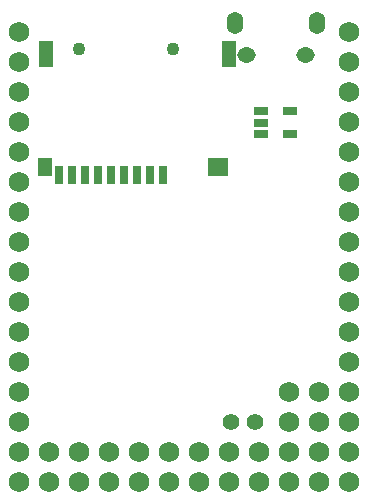
<source format=gbr>
G04 EAGLE Gerber RS-274X export*
G75*
%MOMM*%
%FSLAX34Y34*%
%LPD*%
%INSoldermask Bottom*%
%IPPOS*%
%AMOC8*
5,1,8,0,0,1.08239X$1,22.5*%
G01*
%ADD10R,0.801600X1.501600*%
%ADD11R,1.301600X1.501600*%
%ADD12R,1.301600X2.301600*%
%ADD13R,1.701600X1.501600*%
%ADD14C,1.101600*%
%ADD15C,1.752600*%
%ADD16C,1.409600*%
%ADD17C,1.309600*%
%ADD18C,1.371600*%
%ADD19R,1.301600X0.701600*%


D10*
X260206Y350606D03*
X249206Y350606D03*
X238206Y350606D03*
X227206Y350606D03*
X216206Y350606D03*
X205206Y350606D03*
X194206Y350606D03*
X183206Y350606D03*
X172206Y350606D03*
D11*
X159706Y357606D03*
D12*
X160706Y453606D03*
X315706Y453606D03*
D13*
X306706Y357606D03*
D14*
X188906Y457606D03*
X268706Y457606D03*
D15*
X417500Y91275D03*
X417500Y116675D03*
X417500Y142075D03*
X417500Y167475D03*
X417500Y192875D03*
X417500Y218275D03*
X417500Y243675D03*
X417500Y269075D03*
X366700Y91275D03*
X366700Y116675D03*
X366700Y142075D03*
X366700Y167475D03*
X392100Y167475D03*
X392100Y142075D03*
X392100Y116675D03*
X392100Y91275D03*
D16*
X337584Y141948D03*
X317584Y141948D03*
D17*
X381686Y452844D03*
X379146Y452844D03*
X380416Y452844D03*
X331902Y452844D03*
X329362Y452844D03*
X330886Y452844D03*
D18*
X390576Y477228D03*
X320472Y477228D03*
X390576Y482308D03*
X390576Y480022D03*
X320472Y482308D03*
X320472Y479768D03*
D15*
X138100Y472275D03*
X138100Y446875D03*
X138100Y421475D03*
X138100Y396075D03*
X138100Y370675D03*
X138100Y345275D03*
X138100Y319875D03*
X138100Y294475D03*
X138100Y269075D03*
X138100Y243675D03*
X138100Y218275D03*
X138100Y192875D03*
X138100Y167475D03*
X138100Y142075D03*
X138100Y116675D03*
X138100Y91275D03*
X163500Y116675D03*
X188900Y116675D03*
X214300Y116675D03*
X239700Y116675D03*
X265100Y116675D03*
X290500Y116675D03*
X315900Y116675D03*
X341300Y116675D03*
X163500Y91275D03*
X188900Y91275D03*
X214300Y91275D03*
X239700Y91275D03*
X265100Y91275D03*
X290500Y91275D03*
X315900Y91275D03*
X341300Y91275D03*
X417500Y294475D03*
X417500Y319875D03*
X417500Y345275D03*
X417500Y370675D03*
X417500Y396075D03*
X417500Y421475D03*
X417500Y446875D03*
X417500Y472275D03*
D19*
X342516Y385686D03*
X342516Y395186D03*
X342516Y404686D03*
X367516Y404686D03*
X367516Y385686D03*
M02*

</source>
